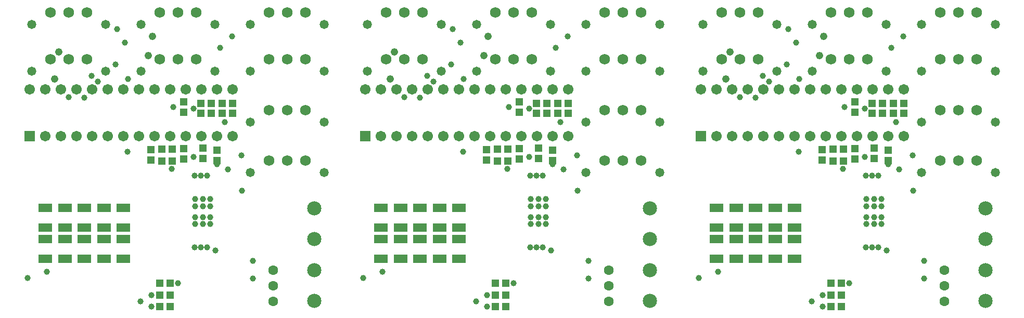
<source format=gbs>
G75*
%MOIN*%
%OFA0B0*%
%FSLAX24Y24*%
%IPPOS*%
%LPD*%
%AMOC8*
5,1,8,0,0,1.08239X$1,22.5*
%
%ADD10C,0.0630*%
%ADD11C,0.0907*%
%ADD12R,0.0513X0.0474*%
%ADD13R,0.0474X0.0513*%
%ADD14R,0.0674X0.0674*%
%ADD15C,0.0674*%
%ADD16C,0.0580*%
%ADD17C,0.0680*%
%ADD18R,0.0867X0.0552*%
%ADD19C,0.0390*%
%ADD20C,0.0476*%
D10*
X021426Y005603D03*
X021426Y006603D03*
X021426Y007603D03*
X042926Y007603D03*
X042926Y006603D03*
X042926Y005603D03*
X064426Y005603D03*
X064426Y006603D03*
X064426Y007603D03*
D11*
X067067Y007606D03*
X067067Y009587D03*
X067067Y011556D03*
X067067Y005637D03*
X045567Y005637D03*
X045567Y007606D03*
X045567Y009587D03*
X045567Y011556D03*
X024067Y011556D03*
X024067Y009587D03*
X024067Y007606D03*
X024067Y005637D03*
D12*
X014810Y006003D03*
X014141Y006003D03*
X014141Y005253D03*
X014810Y005253D03*
X014810Y006753D03*
X014141Y006753D03*
X014291Y014603D03*
X014960Y014603D03*
X014960Y015353D03*
X014291Y015353D03*
X016791Y017653D03*
X017460Y017653D03*
X018141Y017653D03*
X018810Y017653D03*
X018810Y018303D03*
X018141Y018303D03*
X017460Y018303D03*
X016791Y018303D03*
X035791Y015353D03*
X036460Y015353D03*
X036460Y014603D03*
X035791Y014603D03*
X038291Y017653D03*
X038960Y017653D03*
X039641Y017653D03*
X040310Y017653D03*
X040310Y018303D03*
X039641Y018303D03*
X038960Y018303D03*
X038291Y018303D03*
X057291Y015353D03*
X057960Y015353D03*
X057960Y014603D03*
X057291Y014603D03*
X059791Y017653D03*
X060460Y017653D03*
X061141Y017653D03*
X061810Y017653D03*
X061810Y018303D03*
X061141Y018303D03*
X060460Y018303D03*
X059791Y018303D03*
X057810Y006753D03*
X057141Y006753D03*
X057141Y006003D03*
X057810Y006003D03*
X057810Y005253D03*
X057141Y005253D03*
X036310Y005253D03*
X035641Y005253D03*
X035641Y006003D03*
X036310Y006003D03*
X036310Y006753D03*
X035641Y006753D03*
D13*
X035076Y014669D03*
X035076Y015338D03*
X037176Y015388D03*
X038426Y015438D03*
X039326Y015288D03*
X039326Y014619D03*
X038426Y014769D03*
X037176Y014719D03*
X037176Y017719D03*
X037176Y018388D03*
X017826Y015288D03*
X017826Y014619D03*
X016926Y014769D03*
X015676Y014719D03*
X015676Y015388D03*
X016926Y015438D03*
X013576Y015338D03*
X013576Y014669D03*
X015676Y017719D03*
X015676Y018388D03*
X056576Y015338D03*
X056576Y014669D03*
X058676Y014719D03*
X059926Y014769D03*
X060826Y014619D03*
X060826Y015288D03*
X059926Y015438D03*
X058676Y015388D03*
X058676Y017719D03*
X058676Y018388D03*
D14*
X048826Y016203D03*
X027326Y016203D03*
X005826Y016203D03*
D15*
X006826Y016203D03*
X007826Y016203D03*
X008826Y016203D03*
X009826Y016203D03*
X010826Y016203D03*
X011826Y016203D03*
X012826Y016203D03*
X013826Y016203D03*
X014826Y016203D03*
X015826Y016203D03*
X016826Y016203D03*
X017826Y016203D03*
X018826Y016203D03*
X018826Y019203D03*
X017826Y019203D03*
X016826Y019203D03*
X015826Y019203D03*
X014826Y019203D03*
X013826Y019203D03*
X012826Y019203D03*
X011826Y019203D03*
X010826Y019203D03*
X009826Y019203D03*
X008826Y019203D03*
X007826Y019203D03*
X006826Y019203D03*
X005826Y019203D03*
X027326Y019203D03*
X028326Y019203D03*
X029326Y019203D03*
X030326Y019203D03*
X031326Y019203D03*
X032326Y019203D03*
X033326Y019203D03*
X034326Y019203D03*
X035326Y019203D03*
X036326Y019203D03*
X037326Y019203D03*
X038326Y019203D03*
X039326Y019203D03*
X040326Y019203D03*
X040326Y016203D03*
X039326Y016203D03*
X038326Y016203D03*
X037326Y016203D03*
X036326Y016203D03*
X035326Y016203D03*
X034326Y016203D03*
X033326Y016203D03*
X032326Y016203D03*
X031326Y016203D03*
X030326Y016203D03*
X029326Y016203D03*
X028326Y016203D03*
X048826Y019203D03*
X049826Y019203D03*
X050826Y019203D03*
X051826Y019203D03*
X052826Y019203D03*
X053826Y019203D03*
X054826Y019203D03*
X055826Y019203D03*
X056826Y019203D03*
X057826Y019203D03*
X058826Y019203D03*
X059826Y019203D03*
X060826Y019203D03*
X061826Y019203D03*
X061826Y016203D03*
X060826Y016203D03*
X059826Y016203D03*
X058826Y016203D03*
X057826Y016203D03*
X056826Y016203D03*
X055826Y016203D03*
X054826Y016203D03*
X053826Y016203D03*
X052826Y016203D03*
X051826Y016203D03*
X050826Y016203D03*
X049826Y016203D03*
D16*
X046176Y017103D03*
X041456Y017103D03*
X041456Y013853D03*
X046176Y013853D03*
X062956Y013853D03*
X067676Y013853D03*
X067676Y017103D03*
X062956Y017103D03*
X062956Y020353D03*
X060676Y020353D03*
X055956Y020353D03*
X053676Y020353D03*
X048956Y020353D03*
X046176Y020353D03*
X041456Y020353D03*
X039176Y020353D03*
X034456Y020353D03*
X032176Y020353D03*
X027456Y020353D03*
X024676Y020353D03*
X019956Y020353D03*
X017676Y020353D03*
X012956Y020353D03*
X010676Y020353D03*
X005956Y020353D03*
X005956Y023353D03*
X010676Y023353D03*
X012956Y023353D03*
X017676Y023353D03*
X019956Y023353D03*
X024676Y023353D03*
X027456Y023353D03*
X032176Y023353D03*
X034456Y023353D03*
X039176Y023353D03*
X041456Y023353D03*
X046176Y023353D03*
X048956Y023353D03*
X053676Y023353D03*
X055956Y023353D03*
X060676Y023353D03*
X062956Y023353D03*
X067676Y023353D03*
X067676Y020353D03*
X024676Y017103D03*
X019956Y017103D03*
X019956Y013853D03*
X024676Y013853D03*
D17*
X023496Y014623D03*
X022316Y014623D03*
X021136Y014623D03*
X021136Y017873D03*
X022316Y017873D03*
X023496Y017873D03*
X023496Y021123D03*
X022316Y021123D03*
X021136Y021123D03*
X016496Y021123D03*
X015316Y021123D03*
X014136Y021123D03*
X009496Y021123D03*
X008316Y021123D03*
X007136Y021123D03*
X007136Y024123D03*
X008316Y024123D03*
X009496Y024123D03*
X014136Y024123D03*
X015316Y024123D03*
X016496Y024123D03*
X021136Y024123D03*
X022316Y024123D03*
X023496Y024123D03*
X028636Y024123D03*
X029816Y024123D03*
X030996Y024123D03*
X035636Y024123D03*
X036816Y024123D03*
X037996Y024123D03*
X042636Y024123D03*
X043816Y024123D03*
X044996Y024123D03*
X050136Y024123D03*
X051316Y024123D03*
X052496Y024123D03*
X057136Y024123D03*
X058316Y024123D03*
X059496Y024123D03*
X064136Y024123D03*
X065316Y024123D03*
X066496Y024123D03*
X066496Y021123D03*
X065316Y021123D03*
X064136Y021123D03*
X059496Y021123D03*
X058316Y021123D03*
X057136Y021123D03*
X052496Y021123D03*
X051316Y021123D03*
X050136Y021123D03*
X044996Y021123D03*
X043816Y021123D03*
X042636Y021123D03*
X037996Y021123D03*
X036816Y021123D03*
X035636Y021123D03*
X030996Y021123D03*
X029816Y021123D03*
X028636Y021123D03*
X042636Y017873D03*
X043816Y017873D03*
X044996Y017873D03*
X044996Y014623D03*
X043816Y014623D03*
X042636Y014623D03*
X064136Y014623D03*
X065316Y014623D03*
X066496Y014623D03*
X066496Y017873D03*
X065316Y017873D03*
X064136Y017873D03*
D18*
X054826Y011583D03*
X053576Y011583D03*
X052326Y011583D03*
X051076Y011583D03*
X049826Y011583D03*
X049826Y010323D03*
X051076Y010323D03*
X052326Y010323D03*
X053576Y010323D03*
X054826Y010323D03*
X054826Y009583D03*
X053576Y009583D03*
X052326Y009583D03*
X051076Y009583D03*
X049826Y009583D03*
X049826Y008323D03*
X051076Y008323D03*
X052326Y008323D03*
X053576Y008323D03*
X054826Y008323D03*
X033326Y008323D03*
X032076Y008323D03*
X030826Y008323D03*
X029576Y008323D03*
X028326Y008323D03*
X028326Y009583D03*
X029576Y009583D03*
X030826Y009583D03*
X032076Y009583D03*
X033326Y009583D03*
X033326Y010323D03*
X032076Y010323D03*
X030826Y010323D03*
X029576Y010323D03*
X028326Y010323D03*
X028326Y011583D03*
X029576Y011583D03*
X030826Y011583D03*
X032076Y011583D03*
X033326Y011583D03*
X011826Y011583D03*
X010576Y011583D03*
X009326Y011583D03*
X008076Y011583D03*
X006826Y011583D03*
X006826Y010323D03*
X008076Y010323D03*
X009326Y010323D03*
X010576Y010323D03*
X011826Y010323D03*
X011826Y009583D03*
X010576Y009583D03*
X009326Y009583D03*
X008076Y009583D03*
X006826Y009583D03*
X006826Y008323D03*
X008076Y008323D03*
X009326Y008323D03*
X010576Y008323D03*
X011826Y008323D03*
D19*
X013626Y005253D03*
X012926Y005603D03*
X013626Y006003D03*
X015326Y006753D03*
X020126Y007053D03*
X020126Y008203D03*
X017726Y008853D03*
X017176Y009053D03*
X016776Y009053D03*
X016376Y009053D03*
X016426Y010553D03*
X016926Y010553D03*
X017376Y010553D03*
X017376Y011003D03*
X016926Y011003D03*
X016426Y011003D03*
X016426Y011703D03*
X016426Y012153D03*
X016926Y012153D03*
X017376Y012153D03*
X017376Y011703D03*
X016926Y011703D03*
X019426Y012703D03*
X017176Y013653D03*
X016776Y013653D03*
X016376Y013653D03*
X014926Y014103D03*
X016326Y014853D03*
X017826Y014403D03*
X018526Y014053D03*
X019376Y014953D03*
X018326Y017103D03*
X016326Y017953D03*
X015026Y018053D03*
X018176Y018253D03*
X012126Y019853D03*
X010176Y019703D03*
X009776Y020053D03*
X011326Y020803D03*
X011926Y022203D03*
X011426Y023053D03*
X018026Y021853D03*
X018776Y022603D03*
X008326Y018703D03*
X009326Y018653D03*
X012076Y015203D03*
X029826Y018703D03*
X030826Y018653D03*
X031676Y019703D03*
X031276Y020053D03*
X032826Y020803D03*
X033626Y019853D03*
X036526Y018053D03*
X037826Y017953D03*
X039676Y018253D03*
X039826Y017103D03*
X040876Y014953D03*
X039326Y014403D03*
X040026Y014053D03*
X038676Y013653D03*
X038276Y013653D03*
X037876Y013653D03*
X036426Y014103D03*
X037826Y014853D03*
X033576Y015203D03*
X040926Y012703D03*
X038876Y012153D03*
X038876Y011703D03*
X038426Y011703D03*
X038426Y012153D03*
X037926Y012153D03*
X037926Y011703D03*
X037926Y011003D03*
X038426Y011003D03*
X038876Y011003D03*
X038876Y010553D03*
X038426Y010553D03*
X037926Y010553D03*
X037876Y009053D03*
X038276Y009053D03*
X038676Y009053D03*
X039226Y008853D03*
X041626Y008203D03*
X041626Y007053D03*
X036826Y006753D03*
X035126Y006003D03*
X034426Y005603D03*
X035126Y005253D03*
X028426Y007503D03*
X027176Y007103D03*
X006926Y007503D03*
X005676Y007103D03*
X039526Y021853D03*
X040276Y022603D03*
X033426Y022203D03*
X032926Y023053D03*
X051326Y018703D03*
X052326Y018653D03*
X053176Y019703D03*
X052776Y020053D03*
X054326Y020803D03*
X055126Y019853D03*
X058026Y018053D03*
X059326Y017953D03*
X061176Y018253D03*
X061326Y017103D03*
X062376Y014953D03*
X060826Y014403D03*
X061526Y014053D03*
X060176Y013653D03*
X059776Y013653D03*
X059376Y013653D03*
X057926Y014103D03*
X059326Y014853D03*
X055076Y015203D03*
X062426Y012703D03*
X060376Y012153D03*
X060376Y011703D03*
X059926Y011703D03*
X059926Y012153D03*
X059426Y012153D03*
X059426Y011703D03*
X059426Y011003D03*
X059926Y011003D03*
X060376Y011003D03*
X060376Y010553D03*
X059926Y010553D03*
X059426Y010553D03*
X059376Y009053D03*
X059776Y009053D03*
X060176Y009053D03*
X060726Y008853D03*
X063126Y008203D03*
X063126Y007053D03*
X058326Y006753D03*
X056626Y006003D03*
X055926Y005603D03*
X056626Y005253D03*
X049926Y007503D03*
X048676Y007103D03*
X061026Y021853D03*
X061776Y022603D03*
X054926Y022203D03*
X054426Y023053D03*
D20*
X056676Y022603D03*
X056426Y021353D03*
X050676Y021603D03*
X050426Y019853D03*
X035176Y022603D03*
X034926Y021353D03*
X029176Y021603D03*
X028926Y019853D03*
X013676Y022603D03*
X013426Y021353D03*
X007676Y021603D03*
X007426Y019853D03*
M02*

</source>
